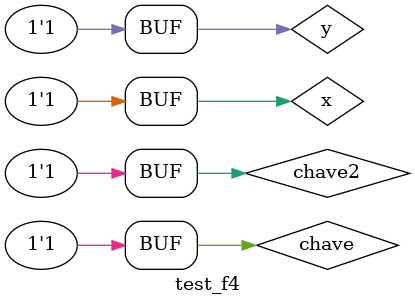
<source format=v>
module Exercicio34 (output s1, input a, input b, input ch, input ch2);
	
	wire w1, w2, w3, w4, w5, w6, w7, w8, w9, w10, w11, w12;
	
	and And01 (w1, a, b);
	nand Nand1 (w2, a, b);
	or or1 (w3, a, b);
	nor nor1 (w4, a, b);
	
	and and2 (w5, w1, ~ch);
	and and3 (w6, w2, ch);
	and and4 (w7, w3, ~ch);
	and and5 (w8, ch, w4);
	
	or or2 (w9, w5, w6);
	or or3 (w10, w7, w8);
	
	and and6 (w11, w9, ~ch2);
	and and7 (w12, w10, ch2);
	
	or orfinal (s1, w11, w12);
	 
	
endmodule // -- selecionador

module test_f4;
	
	reg x, y, chave, chave2;
	wire saida;
	
	Exercicio34 Exercicio0034 (saida, x, y, chave, chave2);
	
	// -- parte principal
	initial begin
	
	$display("Exemplo0034 - Thauan Velasco - 439995");
	$display("Test LU's module");
		
	#1 x = 0; y = 0; chave = 0; chave2 = 0;
	
	$monitor("A = %1b B = %1b Chave = %1b Chave2 = %1b  Saida = %1b", x, y, chave, chave2, saida);
		
		#1 x = 0; y = 0; chave = 0; chave2 = 0;
		#1 x = 0; y = 1; chave = 0; chave2 = 0;
		#1 x = 1; y = 0; chave = 0; chave2 = 0;
		#1 x = 1; y = 1; chave = 0; chave2 = 0;
		
		#1 x = 0; y = 0; chave = 0; chave2 = 1;
		#1 x = 0; y = 1; chave = 0; chave2 = 1;
		#1 x = 1; y = 0; chave = 0; chave2 = 1;
		#1 x = 1; y = 1; chave = 0; chave2 = 1;
		
		#1 x = 0; y = 0; chave = 1; chave2 = 0;
		#1 x = 0; y = 1; chave = 1; chave2 = 0;
		#1 x = 1; y = 0; chave = 1; chave2 = 0;
		#1 x = 1; y = 1; chave = 1; chave2 = 0;
		
		#1 x = 0; y = 0; chave = 1; chave2 = 1;
		#1 x = 0; y = 1; chave = 1; chave2 = 1;
		#1 x = 1; y = 0; chave = 1; chave2 = 1;
		#1 x = 1; y = 1; chave = 1; chave2 = 1;
		
	end
endmodule //
</source>
